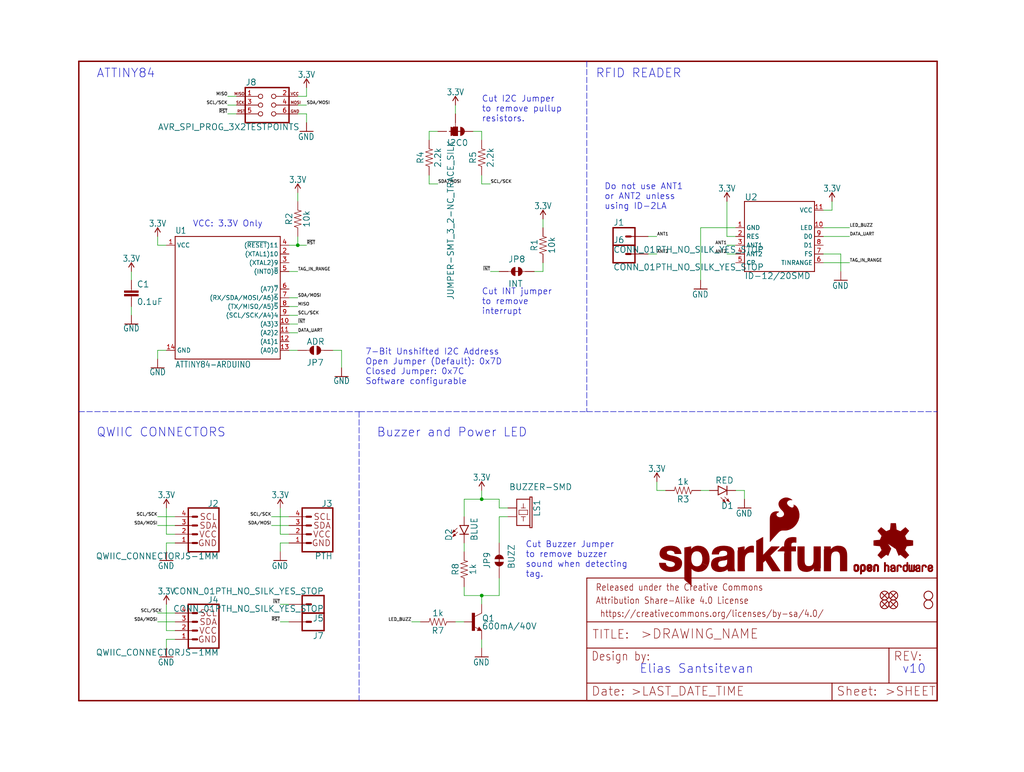
<source format=kicad_sch>
(kicad_sch (version 20211123) (generator eeschema)
  (paper "User" 297.002 223.926)
  (lib_symbols
    (symbol "eagleSchem-eagle-import:0.1UF-0603-25V-(+80{slash}-20%)"
      (property "Reference" "C" (at 1.524 2.921 0))
      (property "Value" "0.1UF-0603-25V-(+80{slash}-20%)" (at 1.524 -2.159 0))
      (symbol "0.1UF-0603-25V-(+80{slash}-20%)_1_0"
        (pin passive line (at 0 5.08 270) (length 2.54) (name "1") (number "1"))
        (pin passive line (at 0 -2.54 90) (length 2.54) (name "2") (number "2"))
      )
    )
    (symbol "eagleSchem-eagle-import:10KOHM-0603-1{slash}10W-1%"
      (property "Reference" "R" (at 0 1.524 0))
      (property "Value" "10KOHM-0603-1{slash}10W-1%" (at 0 -1.524 0))
      (symbol "10KOHM-0603-1{slash}10W-1%_1_0"
        (pin passive line (at -5.08 0 0) (length 2.54) (name "1") (number "1"))
        (pin passive line (at 5.08 0 180) (length 2.54) (name "2") (number "2"))
      )
    )
    (symbol "eagleSchem-eagle-import:1KOHM-0603-1{slash}10W-1%"
      (property "Reference" "R" (at 0 1.524 0))
      (property "Value" "1KOHM-0603-1{slash}10W-1%" (at 0 -1.524 0))
      (symbol "1KOHM-0603-1{slash}10W-1%_1_0"
        (pin passive line (at -5.08 0 0) (length 2.54) (name "1") (number "1"))
        (pin passive line (at 5.08 0 180) (length 2.54) (name "2") (number "2"))
      )
    )
    (symbol "eagleSchem-eagle-import:2.2KOHM-0603-1{slash}10W-1%"
      (property "Reference" "R" (at 0 1.524 0))
      (property "Value" "2.2KOHM-0603-1{slash}10W-1%" (at 0 -1.524 0))
      (symbol "2.2KOHM-0603-1{slash}10W-1%_1_0"
        (pin passive line (at -5.08 0 0) (length 2.54) (name "1") (number "1"))
        (pin passive line (at 5.08 0 180) (length 2.54) (name "2") (number "2"))
      )
    )
    (symbol "eagleSchem-eagle-import:3.3V" (power)
      (property "Value" "3.3V" (at 0 2.794 0))
      (symbol "3.3V_1_0"
        (pin power_in line (at 0 0 90) (length 2.54) (name "3.3V") (number "1"))
      )
    )
    (symbol "eagleSchem-eagle-import:ATTINY84-ARDUINO"
      (property "Reference" "U" (at -15.24 18.542 0))
      (property "Value" "ATTINY84-ARDUINO" (at -15.24 -20.32 0))
      (symbol "ATTINY84-ARDUINO_1_0"
        (pin bidirectional line (at -17.78 15.24 0) (length 2.54) (name "VCC") (number "1"))
        (pin bidirectional line (at 17.78 -7.62 180) (length 2.54) (name "(A3)3") (number "10"))
        (pin bidirectional line (at 17.78 -10.16 180) (length 2.54) (name "(A2)2") (number "11"))
        (pin bidirectional line (at 17.78 -12.7 180) (length 2.54) (name "(A1)1") (number "12"))
        (pin bidirectional line (at 17.78 -15.24 180) (length 2.54) (name "(A0)0") (number "13"))
        (pin bidirectional line (at -17.78 -15.24 0) (length 2.54) (name "GND") (number "14"))
        (pin bidirectional line (at 17.78 12.7 180) (length 2.54) (name "(XTAL1)10") (number "2"))
        (pin bidirectional line (at 17.78 10.16 180) (length 2.54) (name "(XTAL2)9") (number "3"))
        (pin bidirectional line (at 17.78 15.24 180) (length 2.54) (name "(~{RESET})11") (number "4"))
        (pin bidirectional line (at 17.78 7.62 180) (length 2.54) (name "(INT0)~{8}") (number "5"))
        (pin bidirectional line (at 17.78 2.54 180) (length 2.54) (name "(A7)~{7}") (number "6"))
        (pin bidirectional line (at 17.78 0 180) (length 2.54) (name "(RX/SDA/MOSI/A6)~{6}") (number "7"))
        (pin bidirectional line (at 17.78 -2.54 180) (length 2.54) (name "(TX/MISO/A5)~{5}") (number "8"))
        (pin bidirectional line (at 17.78 -5.08 180) (length 2.54) (name "(SCL/SCK/A4)4") (number "9"))
      )
    )
    (symbol "eagleSchem-eagle-import:AVR_SPI_PROG_3X2TESTPOINTS"
      (property "Reference" "J" (at -5.08 5.588 0))
      (property "Value" "AVR_SPI_PROG_3X2TESTPOINTS" (at -5.08 -7.366 0))
      (symbol "AVR_SPI_PROG_3X2TESTPOINTS_1_0"
        (text "GND" (at 8.001 -2.286 0) (effects (font (size 0.8128 0.8128)) (justify left bottom)))
        (text "MISO" (at -5.207 2.794 0) (effects (font (size 0.8128 0.8128)) (justify right bottom)))
        (text "MOSI" (at 8.001 0.254 0) (effects (font (size 0.8128 0.8128)) (justify left bottom)))
        (text "RST" (at -5.08 -2.286 0) (effects (font (size 0.8128 0.8128)) (justify right bottom)))
        (text "SCK" (at -5.207 0.254 0) (effects (font (size 0.8128 0.8128)) (justify right bottom)))
        (text "VCC" (at 8.001 2.794 0) (effects (font (size 0.8128 0.8128)) (justify left bottom)))
        (pin passive inverted (at -7.62 2.54 0) (length 7.62) (name "1") (number "1"))
        (pin passive inverted (at 10.16 2.54 180) (length 7.62) (name "2") (number "2"))
        (pin passive inverted (at -7.62 0 0) (length 7.62) (name "3") (number "3"))
        (pin passive inverted (at 10.16 0 180) (length 7.62) (name "4") (number "4"))
        (pin passive inverted (at -7.62 -2.54 0) (length 7.62) (name "5") (number "5"))
        (pin passive inverted (at 10.16 -2.54 180) (length 7.62) (name "6") (number "6"))
      )
    )
    (symbol "eagleSchem-eagle-import:BUZZER-SMD"
      (property "Reference" "LS" (at -2.54 4.826 0))
      (property "Value" "BUZZER-SMD" (at 5.334 0 0))
      (symbol "BUZZER-SMD_1_0"
        (pin passive line (at 0 -2.54 90) (length 2.54) (name "1") (number "+"))
        (pin passive line (at 2.54 -2.54 90) (length 2.54) (name "2") (number "-"))
      )
    )
    (symbol "eagleSchem-eagle-import:CONN_01PTH_NO_SILK_YES_STOP"
      (property "Reference" "J" (at -2.54 3.048 0))
      (property "Value" "CONN_01PTH_NO_SILK_YES_STOP" (at -2.54 -4.826 0))
      (symbol "CONN_01PTH_NO_SILK_YES_STOP_1_0"
        (pin passive line (at 7.62 0 180) (length 5.08) (name "1") (number "1"))
      )
    )
    (symbol "eagleSchem-eagle-import:FIDUCIALUFIDUCIAL")
    (symbol "eagleSchem-eagle-import:FRAME-LETTER"
      (symbol "FRAME-LETTER_2_0"
        (text " https://creativecommons.org/licenses/by-sa/4.0/" (at 2.54 24.13 0) (effects (font (size 1.9304 1.6408)) (justify left bottom)))
        (text ">DRAWING_NAME" (at 15.494 17.78 0) (effects (font (size 2.7432 2.7432)) (justify left bottom)))
        (text ">LAST_DATE_TIME" (at 12.7 1.27 0) (effects (font (size 2.54 2.54)) (justify left bottom)))
        (text ">SHEET" (at 86.36 1.27 0) (effects (font (size 2.54 2.54)) (justify left bottom)))
        (text "Attribution Share-Alike 4.0 License" (at 2.54 27.94 0) (effects (font (size 1.9304 1.6408)) (justify left bottom)))
        (text "Date:" (at 1.27 1.27 0) (effects (font (size 2.54 2.54)) (justify left bottom)))
        (text "Design by:" (at 1.27 11.43 0) (effects (font (size 2.54 2.159)) (justify left bottom)))
        (text "Released under the Creative Commons" (at 2.54 31.75 0) (effects (font (size 1.9304 1.6408)) (justify left bottom)))
        (text "REV:" (at 88.9 11.43 0) (effects (font (size 2.54 2.54)) (justify left bottom)))
        (text "Sheet:" (at 72.39 1.27 0) (effects (font (size 2.54 2.54)) (justify left bottom)))
        (text "TITLE:" (at 1.524 17.78 0) (effects (font (size 2.54 2.54)) (justify left bottom)))
      )
    )
    (symbol "eagleSchem-eagle-import:GND" (power)
      (property "Value" "GND" (at 0 -0.254 0))
      (symbol "GND_1_0"
        (pin power_in line (at 0 2.54 270) (length 2.54) (name "GND") (number "1"))
      )
    )
    (symbol "eagleSchem-eagle-import:I2C_STANDARD_NO_SILK"
      (property "Reference" "J" (at -5.08 7.874 0))
      (property "Value" "I2C_STANDARD_NO_SILK" (at -5.08 -5.334 0))
      (symbol "I2C_STANDARD_NO_SILK_1_0"
        (text "GND" (at -4.572 -2.54 0) (effects (font (size 1.778 1.778)) (justify left)))
        (text "SCL" (at -4.572 5.08 0) (effects (font (size 1.778 1.778)) (justify left)))
        (text "SDA" (at -4.572 2.54 0) (effects (font (size 1.778 1.778)) (justify left)))
        (text "VCC" (at -4.572 0 0) (effects (font (size 1.778 1.778)) (justify left)))
        (pin power_in line (at 7.62 -2.54 180) (length 5.08) (name "GND") (number "1"))
        (pin power_in line (at 7.62 0 180) (length 5.08) (name "VCC") (number "2"))
        (pin passive line (at 7.62 2.54 180) (length 5.08) (name "SDA") (number "3"))
        (pin passive line (at 7.62 5.08 180) (length 5.08) (name "SCL") (number "4"))
      )
    )
    (symbol "eagleSchem-eagle-import:ID-12{slash}20SMD"
      (property "Reference" "U" (at -10.16 10.414 0))
      (property "Value" "ID-12{slash}20SMD" (at -10.16 -10.414 0))
      (symbol "ID-12{slash}20SMD_1_0"
        (pin bidirectional line (at -12.7 2.54 0) (length 2.54) (name "GND") (number "1"))
        (pin bidirectional line (at 12.7 2.54 180) (length 2.54) (name "LED") (number "10"))
        (pin bidirectional line (at 12.7 7.62 180) (length 2.54) (name "VCC") (number "11"))
        (pin bidirectional line (at -12.7 0 0) (length 2.54) (name "RES") (number "2"))
        (pin bidirectional line (at -12.7 -2.54 0) (length 2.54) (name "ANT1") (number "3"))
        (pin bidirectional line (at -12.7 -5.08 0) (length 2.54) (name "ANT2") (number "4"))
        (pin bidirectional line (at -12.7 -7.62 0) (length 2.54) (name "CP") (number "5"))
        (pin bidirectional line (at 12.7 -7.62 180) (length 2.54) (name "TINRANGE") (number "6"))
        (pin bidirectional line (at 12.7 -5.08 180) (length 2.54) (name "FS") (number "7"))
        (pin bidirectional line (at 12.7 -2.54 180) (length 2.54) (name "D1") (number "8"))
        (pin bidirectional line (at 12.7 0 180) (length 2.54) (name "D0") (number "9"))
      )
    )
    (symbol "eagleSchem-eagle-import:JUMPER-SMT_2_NC_TRACE_SILK"
      (property "Reference" "JP" (at -2.54 2.54 0))
      (property "Value" "JUMPER-SMT_2_NC_TRACE_SILK" (at -2.54 -2.54 0))
      (symbol "JUMPER-SMT_2_NC_TRACE_SILK_1_0"
        (pin passive line (at -5.08 0 0) (length 2.54) (name "1") (number "1"))
        (pin passive line (at 5.08 0 180) (length 2.54) (name "2") (number "2"))
      )
    )
    (symbol "eagleSchem-eagle-import:JUMPER-SMT_2_NO_SILK"
      (property "Reference" "JP" (at -2.54 2.54 0))
      (property "Value" "JUMPER-SMT_2_NO_SILK" (at -2.54 -2.54 0))
      (symbol "JUMPER-SMT_2_NO_SILK_1_0"
        (pin passive line (at -5.08 0 0) (length 2.54) (name "1") (number "1"))
        (pin passive line (at 5.08 0 180) (length 2.54) (name "2") (number "2"))
      )
    )
    (symbol "eagleSchem-eagle-import:JUMPER-SMT_3_2-NC_TRACE_SILK"
      (property "Reference" "JP" (at 2.54 0.381 0))
      (property "Value" "JUMPER-SMT_3_2-NC_TRACE_SILK" (at 2.54 -0.381 0))
      (symbol "JUMPER-SMT_3_2-NC_TRACE_SILK_1_0"
        (pin passive line (at 0 5.08 270) (length 2.54) (name "1") (number "1"))
        (pin passive line (at -5.08 0 0) (length 2.54) (name "2") (number "2"))
        (pin passive line (at 0 -5.08 90) (length 2.54) (name "3") (number "3"))
      )
    )
    (symbol "eagleSchem-eagle-import:LED-BLUE0603"
      (property "Reference" "D" (at -3.429 -4.572 90))
      (property "Value" "LED-BLUE0603" (at 1.905 -4.572 90))
      (symbol "LED-BLUE0603_1_0"
        (pin passive line (at 0 2.54 270) (length 2.54) (name "A") (number "A"))
        (pin passive line (at 0 -5.08 90) (length 2.54) (name "C") (number "C"))
      )
    )
    (symbol "eagleSchem-eagle-import:LED-RED0603"
      (property "Reference" "D" (at -3.429 -4.572 90))
      (property "Value" "LED-RED0603" (at 1.905 -4.572 90))
      (symbol "LED-RED0603_1_0"
        (pin passive line (at 0 2.54 270) (length 2.54) (name "A") (number "A"))
        (pin passive line (at 0 -5.08 90) (length 2.54) (name "C") (number "C"))
      )
    )
    (symbol "eagleSchem-eagle-import:OSHW-LOGOMINI")
    (symbol "eagleSchem-eagle-import:QWIIC_CONNECTORJS-1MM"
      (property "Reference" "J" (at -5.08 7.874 0))
      (property "Value" "QWIIC_CONNECTORJS-1MM" (at -5.08 -5.334 0))
      (symbol "QWIIC_CONNECTORJS-1MM_1_0"
        (text "GND" (at -4.572 -2.54 0) (effects (font (size 1.778 1.778)) (justify left)))
        (text "SCL" (at -4.572 5.08 0) (effects (font (size 1.778 1.778)) (justify left)))
        (text "SDA" (at -4.572 2.54 0) (effects (font (size 1.778 1.778)) (justify left)))
        (text "VCC" (at -4.572 0 0) (effects (font (size 1.778 1.778)) (justify left)))
        (pin power_in line (at 7.62 -2.54 180) (length 5.08) (name "1") (number "1"))
        (pin power_in line (at 7.62 0 180) (length 5.08) (name "2") (number "2"))
        (pin passive line (at 7.62 2.54 180) (length 5.08) (name "3") (number "3"))
        (pin passive line (at 7.62 5.08 180) (length 5.08) (name "4") (number "4"))
      )
    )
    (symbol "eagleSchem-eagle-import:SFE_LOGO_NAME_FLAME.1_INCH")
    (symbol "eagleSchem-eagle-import:STAND-OFF")
    (symbol "eagleSchem-eagle-import:TRANS_NPN-MMBT2222AL"
      (property "Reference" "Q" (at 2.54 0 0))
      (property "Value" "TRANS_NPN-MMBT2222AL" (at 2.54 -2.286 0))
      (symbol "TRANS_NPN-MMBT2222AL_1_0"
        (pin passive line (at -2.54 0 0) (length 2.54) (name "B") (number "1"))
        (pin passive line (at 2.54 -5.08 90) (length 2.54) (name "E") (number "2"))
        (pin passive line (at 2.54 5.08 270) (length 2.54) (name "C") (number "3"))
      )
    )
  )
  (junction (at 86.36 71.12))
  (junction (at 139.7 144.78))
  (junction (at 139.7 172.72))
  (wire (pts (xy 50.8 152.4) (xy 45.72 152.4)))
  (wire (pts (xy 121.92 180.34) (xy 119.38 180.34)))
  (wire (pts (xy 50.8 177.8) (xy 45.72 177.8)))
  (wire (pts (xy 124.46 40.64) (xy 124.46 38.1)))
  (wire (pts (xy 139.7 38.1) (xy 137.16 38.1)))
  (wire (pts (xy 83.82 91.44) (xy 86.36 91.44)))
  (wire (pts (xy 38.1 91.44) (xy 38.1 88.9)))
  (wire (pts (xy 238.76 73.66) (xy 243.84 73.66)))
  (wire (pts (xy 213.36 68.58) (xy 210.82 68.58)))
  (wire (pts (xy 139.7 144.78) (xy 134.62 144.78)))
  (wire (pts (xy 124.46 53.34) (xy 127 53.34)))
  (wire (pts (xy 132.08 30.48) (xy 132.08 33.02)))
  (wire (pts (xy 139.7 187.96) (xy 139.7 185.42)))
  (wire (pts (xy 190.5 142.24) (xy 190.5 139.7)))
  (wire (pts (xy 83.82 175.26) (xy 81.28 175.26)))
  (wire (pts (xy 88.9 33.02) (xy 88.9 35.56)))
  (wire (pts (xy 134.62 172.72) (xy 139.7 172.72)))
  (wire (pts (xy 50.8 185.42) (xy 48.26 185.42)))
  (wire (pts (xy 124.46 53.34) (xy 124.46 50.8)))
  (wire (pts (xy 50.8 180.34) (xy 45.72 180.34)))
  (wire (pts (xy 215.9 142.24) (xy 215.9 144.78)))
  (wire (pts (xy 193.04 142.24) (xy 190.5 142.24)))
  (wire (pts (xy 68.58 30.48) (xy 66.04 30.48)))
  (wire (pts (xy 213.36 66.04) (xy 203.2 66.04)))
  (polyline (pts (xy 104.14 119.38) (xy 170.18 119.38)))
  (wire (pts (xy 48.26 71.12) (xy 45.72 71.12)))
  (wire (pts (xy 238.76 60.96) (xy 241.3 60.96)))
  (wire (pts (xy 144.78 149.86) (xy 147.32 149.86)))
  (wire (pts (xy 50.8 182.88) (xy 48.26 182.88)))
  (wire (pts (xy 48.26 101.6) (xy 45.72 101.6)))
  (wire (pts (xy 83.82 101.6) (xy 86.36 101.6)))
  (wire (pts (xy 144.78 147.32) (xy 144.78 144.78)))
  (wire (pts (xy 99.06 101.6) (xy 99.06 106.68)))
  (wire (pts (xy 50.8 149.86) (xy 45.72 149.86)))
  (wire (pts (xy 83.82 152.4) (xy 78.74 152.4)))
  (wire (pts (xy 144.78 78.74) (xy 142.24 78.74)))
  (wire (pts (xy 154.94 78.74) (xy 157.48 78.74)))
  (wire (pts (xy 96.52 101.6) (xy 99.06 101.6)))
  (wire (pts (xy 132.08 180.34) (xy 134.62 180.34)))
  (wire (pts (xy 144.78 144.78) (xy 139.7 144.78)))
  (wire (pts (xy 203.2 66.04) (xy 203.2 81.28)))
  (wire (pts (xy 83.82 88.9) (xy 86.36 88.9)))
  (polyline (pts (xy 170.18 119.38) (xy 271.78 119.38)))
  (wire (pts (xy 213.36 73.66) (xy 210.82 73.66)))
  (wire (pts (xy 147.32 147.32) (xy 144.78 147.32)))
  (wire (pts (xy 157.48 78.74) (xy 157.48 76.2)))
  (wire (pts (xy 124.46 38.1) (xy 127 38.1)))
  (wire (pts (xy 238.76 68.58) (xy 246.38 68.58)))
  (wire (pts (xy 86.36 30.48) (xy 88.9 30.48)))
  (wire (pts (xy 83.82 157.48) (xy 81.28 157.48)))
  (wire (pts (xy 210.82 68.58) (xy 210.82 58.42)))
  (wire (pts (xy 187.96 73.66) (xy 190.5 73.66)))
  (wire (pts (xy 68.58 33.02) (xy 66.04 33.02)))
  (wire (pts (xy 139.7 175.26) (xy 139.7 172.72)))
  (wire (pts (xy 134.62 170.18) (xy 134.62 172.72)))
  (wire (pts (xy 139.7 142.24) (xy 139.7 144.78)))
  (wire (pts (xy 205.74 142.24) (xy 203.2 142.24)))
  (wire (pts (xy 48.26 182.88) (xy 48.26 175.26)))
  (wire (pts (xy 243.84 73.66) (xy 243.84 78.74)))
  (wire (pts (xy 83.82 96.52) (xy 86.36 96.52)))
  (wire (pts (xy 86.36 68.58) (xy 86.36 71.12)))
  (wire (pts (xy 50.8 157.48) (xy 48.26 157.48)))
  (polyline (pts (xy 170.18 17.78) (xy 170.18 119.38)))
  (wire (pts (xy 134.62 144.78) (xy 134.62 149.86)))
  (wire (pts (xy 83.82 78.74) (xy 86.36 78.74)))
  (wire (pts (xy 139.7 40.64) (xy 139.7 38.1)))
  (wire (pts (xy 238.76 76.2) (xy 246.38 76.2)))
  (wire (pts (xy 213.36 142.24) (xy 215.9 142.24)))
  (wire (pts (xy 38.1 78.74) (xy 38.1 81.28)))
  (wire (pts (xy 144.78 157.48) (xy 144.78 149.86)))
  (wire (pts (xy 86.36 27.94) (xy 88.9 27.94)))
  (wire (pts (xy 48.26 157.48) (xy 48.26 160.02)))
  (wire (pts (xy 238.76 66.04) (xy 246.38 66.04)))
  (wire (pts (xy 83.82 86.36) (xy 86.36 86.36)))
  (wire (pts (xy 213.36 71.12) (xy 210.82 71.12)))
  (wire (pts (xy 50.8 154.94) (xy 48.26 154.94)))
  (wire (pts (xy 88.9 71.12) (xy 86.36 71.12)))
  (wire (pts (xy 139.7 172.72) (xy 144.78 172.72)))
  (wire (pts (xy 88.9 27.94) (xy 88.9 25.4)))
  (wire (pts (xy 187.96 68.58) (xy 190.5 68.58)))
  (wire (pts (xy 45.72 101.6) (xy 45.72 104.14)))
  (wire (pts (xy 83.82 149.86) (xy 78.74 149.86)))
  (wire (pts (xy 139.7 53.34) (xy 142.24 53.34)))
  (wire (pts (xy 68.58 27.94) (xy 66.04 27.94)))
  (wire (pts (xy 157.48 66.04) (xy 157.48 63.5)))
  (wire (pts (xy 81.28 180.34) (xy 83.82 180.34)))
  (wire (pts (xy 45.72 71.12) (xy 45.72 68.58)))
  (wire (pts (xy 86.36 33.02) (xy 88.9 33.02)))
  (wire (pts (xy 86.36 71.12) (xy 83.82 71.12)))
  (wire (pts (xy 144.78 172.72) (xy 144.78 167.64)))
  (wire (pts (xy 48.26 185.42) (xy 48.26 187.96)))
  (polyline (pts (xy 104.14 119.38) (xy 104.14 203.2)))
  (wire (pts (xy 241.3 60.96) (xy 241.3 58.42)))
  (wire (pts (xy 86.36 58.42) (xy 86.36 55.88)))
  (wire (pts (xy 134.62 157.48) (xy 134.62 160.02)))
  (wire (pts (xy 83.82 93.98) (xy 86.36 93.98)))
  (wire (pts (xy 48.26 154.94) (xy 48.26 147.32)))
  (wire (pts (xy 81.28 157.48) (xy 81.28 160.02)))
  (wire (pts (xy 81.28 154.94) (xy 81.28 147.32)))
  (polyline (pts (xy 22.86 119.38) (xy 104.14 119.38)))
  (wire (pts (xy 139.7 53.34) (xy 139.7 50.8)))
  (wire (pts (xy 83.82 154.94) (xy 81.28 154.94)))
  (text "Cut I2C Jumper\nto remove pullup\nresistors." (at 139.7 35.56 180) (effects (font (size 1.778 1.778)) (justify left bottom)))
  (text "QWIIC CONNECTORS" (at 27.94 127 180) (effects (font (size 2.54 2.54)) (justify left bottom)))
  (text "Elias Santsitevan" (at 185.42 195.58 180) (effects (font (size 2.54 2.54)) (justify left bottom)))
  (text "RFID READER" (at 172.72 22.86 180) (effects (font (size 2.54 2.54)) (justify left bottom)))
  (text "7-Bit Unshifted I2C Address\nOpen Jumper (Default): 0x7D\nClosed Jumper: 0x7C\nSoftware configurable" (at 105.918 111.76 0) (effects (font (size 1.778 1.778)) (justify left bottom)))
  (text "Buzzer and Power LED" (at 109.22 127 180) (effects (font (size 2.54 2.54)) (justify left bottom)))
  (text "Cut Buzzer Jumper\nto remove buzzer\nsound when detecting\ntag." (at 152.4 167.64 0) (effects (font (size 1.778 1.778)) (justify left bottom)))
  (text "ATTINY84" (at 27.94 22.86 180) (effects (font (size 2.54 2.54)) (justify left bottom)))
  (text "VCC: 3.3V Only" (at 55.88 66.04 180) (effects (font (size 1.778 1.778)) (justify left bottom)))
  (text "Do not use ANT1\nor ANT2 unless\nusing ID-2LA" (at 175.26 60.96 180) (effects (font (size 1.778 1.778)) (justify left bottom)))
  (text "v10" (at 261.62 195.58 180) (effects (font (size 2.54 2.54)) (justify left bottom)))
  (text "Cut INT jumper\nto remove\ninterrupt" (at 139.7 91.44 180) (effects (font (size 1.778 1.778)) (justify left bottom)))
  (label "SCL/SCK" (at 66.04 30.48 180) (effects (font (size 0.889 0.889))))
  (label "DATA_UART" (at 246.38 68.58 0) (effects (font (size 0.889 0.889))))
  (label "SCL/SCK" (at 142.24 53.34 0) (effects (font (size 0.889 0.889))))
  (label "ANT1" (at 190.5 68.58 0) (effects (font (size 0.889 0.889))))
  (label "LED_BUZZ" (at 119.38 180.34 180) (effects (font (size 0.889 0.889))))
  (label "SCL/SCK" (at 86.36 91.44 0) (effects (font (size 0.889 0.889))))
  (label "ANT2" (at 190.5 73.66 0) (effects (font (size 0.889 0.889))))
  (label "~{INT}" (at 86.36 93.98 0) (effects (font (size 0.889 0.889))))
  (label "ANT2" (at 210.82 73.66 180) (effects (font (size 0.889 0.889))))
  (label "ANT1" (at 210.82 71.12 180) (effects (font (size 0.889 0.889))))
  (label "~{RST}" (at 88.9 71.12 0) (effects (font (size 0.889 0.889))))
  (label "SDA/MOSI" (at 45.72 180.34 180) (effects (font (size 0.889 0.889))))
  (label "TAG_IN_RANGE" (at 246.38 76.2 0) (effects (font (size 0.889 0.889))))
  (label "MISO" (at 86.36 88.9 0) (effects (font (size 0.889 0.889))))
  (label "~{RST}" (at 66.04 33.02 180) (effects (font (size 0.889 0.889))))
  (label "TAG_IN_RANGE" (at 86.36 78.74 0) (effects (font (size 0.889 0.889))))
  (label "~{INT}" (at 142.24 78.74 180) (effects (font (size 0.889 0.889))))
  (label "~{RST}" (at 81.28 180.34 180) (effects (font (size 0.889 0.889))))
  (label "LED_BUZZ" (at 246.38 66.04 0) (effects (font (size 0.889 0.889))))
  (label "MISO" (at 66.04 27.94 180) (effects (font (size 0.889 0.889))))
  (label "SDA/MOSI" (at 86.36 86.36 0) (effects (font (size 0.889 0.889))))
  (label "SCL/SCK" (at 45.72 149.86 180) (effects (font (size 0.889 0.889))))
  (label "SCL/SCK" (at 46.99 177.8 180) (effects (font (size 0.889 0.889))))
  (label "SDA/MOSI" (at 88.9 30.48 0) (effects (font (size 0.889 0.889))))
  (label "SDA/MOSI" (at 78.74 152.4 180) (effects (font (size 0.889 0.889))))
  (label "SDA/MOSI" (at 45.72 152.4 180) (effects (font (size 0.889 0.889))))
  (label "SDA/MOSI" (at 127 53.34 0) (effects (font (size 0.889 0.889))))
  (label "DATA_UART" (at 86.36 96.52 0) (effects (font (size 0.889 0.889))))
  (label "~{INT}" (at 81.28 175.26 180) (effects (font (size 0.889 0.889))))
  (label "SCL/SCK" (at 78.74 149.86 180) (effects (font (size 0.889 0.889))))
  (symbol (lib_id "eagleSchem-eagle-import:GND") (at 48.26 190.5 0) (unit 1)
    (property "Reference" "#GND8" (effects hide))
    (property "Value" "GND" (at 45.72 193.04 0) (effects (font (size 1.778 1.5113)) (justify left bottom)))
    (property "Footprint" "eagleSchem:" (effects hide))
  )
  (symbol (lib_id "eagleSchem-eagle-import:3.3V") (at 38.1 78.74 0) (unit 1)
    (property "Reference" "#SUPPLY13" (effects hide))
    (property "Value" "3.3V" (at 38.1 75.946 0) (effects (font (size 1.778 1.5113)) (justify bottom)))
    (property "Footprint" "eagleSchem:" (effects hide))
  )
  (symbol (lib_id "eagleSchem-eagle-import:3.3V") (at 190.5 139.7 0) (unit 1)
    (property "Reference" "#SUPPLY10" (effects hide))
    (property "Value" "3.3V" (at 190.5 136.906 0) (effects (font (size 1.778 1.5113)) (justify bottom)))
    (property "Footprint" "eagleSchem:" (effects hide))
  )
  (symbol (lib_id "eagleSchem-eagle-import:1KOHM-0603-1{slash}10W-1%") (at 134.62 165.1 90) (unit 1)
    (property "Reference" "R8" (at 133.096 165.1 0) (effects (font (size 1.778 1.778)) (justify bottom)))
    (property "Value" "1k" (at 136.144 165.1 0) (effects (font (size 1.778 1.778)) (justify top)))
    (property "Footprint" "eagleSchem:0603" (effects hide))
  )
  (symbol (lib_id "eagleSchem-eagle-import:CONN_01PTH_NO_SILK_YES_STOP") (at 180.34 68.58 0) (unit 1)
    (property "Reference" "J1" (at 177.8 65.532 0) (effects (font (size 1.778 1.778)) (justify left bottom)))
    (property "Value" "CONN_01PTH_NO_SILK_YES_STOP" (at 177.8 73.406 0) (effects (font (size 1.778 1.778)) (justify left bottom)))
    (property "Footprint" "eagleSchem:1X01_NO_SILK" (effects hide))
  )
  (symbol (lib_id "eagleSchem-eagle-import:JUMPER-SMT_3_2-NC_TRACE_SILK") (at 132.08 38.1 270) (unit 1)
    (property "Reference" "I2C0" (at 129.54 42.418 90) (effects (font (size 1.778 1.778)) (justify left bottom)))
    (property "Value" "JUMPER-SMT_3_2-NC_TRACE_SILK" (at 131.699 40.64 0) (effects (font (size 1.778 1.778)) (justify left top)))
    (property "Footprint" "eagleSchem:SMT-JUMPER_3_2-NC_TRACE_SILK" (effects hide))
  )
  (symbol (lib_id "eagleSchem-eagle-import:FIDUCIALUFIDUCIAL") (at 259.08 175.26 0) (unit 1)
    (property "Reference" "JP1" (effects hide))
    (property "Value" "FIDUCIALUFIDUCIAL" (effects hide))
    (property "Footprint" "eagleSchem:MICRO-FIDUCIAL" (effects hide))
  )
  (symbol (lib_id "eagleSchem-eagle-import:FIDUCIALUFIDUCIAL") (at 259.08 172.72 0) (unit 1)
    (property "Reference" "JP6" (effects hide))
    (property "Value" "FIDUCIALUFIDUCIAL" (effects hide))
    (property "Footprint" "eagleSchem:MICRO-FIDUCIAL" (effects hide))
  )
  (symbol (lib_id "eagleSchem-eagle-import:3.3V") (at 157.48 63.5 0) (unit 1)
    (property "Reference" "#SUPPLY2" (effects hide))
    (property "Value" "3.3V" (at 157.48 60.706 0) (effects (font (size 1.778 1.5113)) (justify bottom)))
    (property "Footprint" "eagleSchem:" (effects hide))
  )
  (symbol (lib_id "eagleSchem-eagle-import:2.2KOHM-0603-1{slash}10W-1%") (at 124.46 45.72 90) (unit 1)
    (property "Reference" "R4" (at 122.936 45.72 0) (effects (font (size 1.778 1.778)) (justify bottom)))
    (property "Value" "2.2k" (at 125.984 45.72 0) (effects (font (size 1.778 1.778)) (justify top)))
    (property "Footprint" "eagleSchem:0603" (effects hide))
  )
  (symbol (lib_id "eagleSchem-eagle-import:SFE_LOGO_NAME_FLAME.1_INCH") (at 190.5 170.18 0) (unit 1)
    (property "Reference" "LOGO3" (effects hide))
    (property "Value" "SFE_LOGO_NAME_FLAME.1_INCH" (effects hide))
    (property "Footprint" "eagleSchem:SFE_LOGO_NAME_FLAME_.1" (effects hide))
  )
  (symbol (lib_id "eagleSchem-eagle-import:GND") (at 99.06 109.22 0) (unit 1)
    (property "Reference" "#GND5" (effects hide))
    (property "Value" "GND" (at 99.06 109.474 0) (effects (font (size 1.778 1.5113)) (justify top)))
    (property "Footprint" "eagleSchem:" (effects hide))
  )
  (symbol (lib_id "eagleSchem-eagle-import:CONN_01PTH_NO_SILK_YES_STOP") (at 91.44 175.26 180) (unit 1)
    (property "Reference" "J5" (at 93.98 178.308 0) (effects (font (size 1.778 1.778)) (justify left bottom)))
    (property "Value" "CONN_01PTH_NO_SILK_YES_STOP" (at 93.98 170.434 0) (effects (font (size 1.778 1.778)) (justify left bottom)))
    (property "Footprint" "eagleSchem:1X01_NO_SILK" (effects hide))
  )
  (symbol (lib_id "eagleSchem-eagle-import:GND") (at 81.28 162.56 0) (unit 1)
    (property "Reference" "#GND7" (effects hide))
    (property "Value" "GND" (at 78.74 165.1 0) (effects (font (size 1.778 1.5113)) (justify left bottom)))
    (property "Footprint" "eagleSchem:" (effects hide))
  )
  (symbol (lib_id "eagleSchem-eagle-import:10KOHM-0603-1{slash}10W-1%") (at 86.36 63.5 90) (unit 1)
    (property "Reference" "R2" (at 84.836 63.5 0) (effects (font (size 1.778 1.778)) (justify bottom)))
    (property "Value" "10k" (at 87.884 63.5 0) (effects (font (size 1.778 1.778)) (justify top)))
    (property "Footprint" "eagleSchem:0603" (effects hide))
  )
  (symbol (lib_id "eagleSchem-eagle-import:3.3V") (at 48.26 147.32 0) (unit 1)
    (property "Reference" "#SUPPLY4" (effects hide))
    (property "Value" "3.3V" (at 48.26 144.526 0) (effects (font (size 1.778 1.5113)) (justify bottom)))
    (property "Footprint" "eagleSchem:" (effects hide))
  )
  (symbol (lib_id "eagleSchem-eagle-import:BUZZER-SMD") (at 149.86 147.32 270) (unit 1)
    (property "Reference" "LS1" (at 154.686 144.78 0) (effects (font (size 1.778 1.778)) (justify left bottom)))
    (property "Value" "BUZZER-SMD" (at 147.574 142.24 90) (effects (font (size 1.778 1.778)) (justify left bottom)))
    (property "Footprint" "eagleSchem:BUZZER-CCV" (effects hide))
  )
  (symbol (lib_id "eagleSchem-eagle-import:JUMPER-SMT_2_NC_TRACE_SILK") (at 149.86 78.74 0) (unit 1)
    (property "Reference" "JP8" (at 147.32 76.2 0) (effects (font (size 1.778 1.778)) (justify left bottom)))
    (property "Value" "INT" (at 147.32 81.28 0) (effects (font (size 1.778 1.778)) (justify left top)))
    (property "Footprint" "eagleSchem:SMT-JUMPER_2_NC_TRACE_SILK" (effects hide))
  )
  (symbol (lib_id "eagleSchem-eagle-import:FIDUCIALUFIDUCIAL") (at 256.54 175.26 0) (unit 1)
    (property "Reference" "JP5" (effects hide))
    (property "Value" "FIDUCIALUFIDUCIAL" (effects hide))
    (property "Footprint" "eagleSchem:MICRO-FIDUCIAL" (effects hide))
  )
  (symbol (lib_id "eagleSchem-eagle-import:GND") (at 45.72 106.68 0) (unit 1)
    (property "Reference" "#GND1" (effects hide))
    (property "Value" "GND" (at 45.72 106.934 0) (effects (font (size 1.778 1.5113)) (justify top)))
    (property "Footprint" "eagleSchem:" (effects hide))
  )
  (symbol (lib_id "eagleSchem-eagle-import:FIDUCIALUFIDUCIAL") (at 256.54 172.72 0) (unit 1)
    (property "Reference" "JP2" (effects hide))
    (property "Value" "FIDUCIALUFIDUCIAL" (effects hide))
    (property "Footprint" "eagleSchem:MICRO-FIDUCIAL" (effects hide))
  )
  (symbol (lib_id "eagleSchem-eagle-import:ID-12{slash}20SMD") (at 226.06 68.58 0) (unit 1)
    (property "Reference" "U2" (at 215.9 58.166 0) (effects (font (size 1.778 1.778)) (justify left bottom)))
    (property "Value" "ID-12{slash}20SMD" (at 215.9 78.994 0) (effects (font (size 1.778 1.778)) (justify left top)))
    (property "Footprint" "eagleSchem:ID-12_SMD" (effects hide))
  )
  (symbol (lib_id "eagleSchem-eagle-import:CONN_01PTH_NO_SILK_YES_STOP") (at 91.44 180.34 180) (unit 1)
    (property "Reference" "J7" (at 93.98 183.388 0) (effects (font (size 1.778 1.778)) (justify left bottom)))
    (property "Value" "CONN_01PTH_NO_SILK_YES_STOP" (at 93.98 175.514 0) (effects (font (size 1.778 1.778)) (justify left bottom)))
    (property "Footprint" "eagleSchem:1X01_NO_SILK" (effects hide))
  )
  (symbol (lib_id "eagleSchem-eagle-import:I2C_STANDARD_NO_SILK") (at 91.44 154.94 0) (mirror y) (unit 1)
    (property "Reference" "J3" (at 96.52 147.066 0) (effects (font (size 1.778 1.778)) (justify left bottom)))
    (property "Value" "PTH" (at 96.52 160.274 0) (effects (font (size 1.778 1.778)) (justify left top)))
    (property "Footprint" "eagleSchem:1X04_NO_SILK" (effects hide))
  )
  (symbol (lib_id "eagleSchem-eagle-import:GND") (at 139.7 190.5 0) (unit 1)
    (property "Reference" "#GND3" (effects hide))
    (property "Value" "GND" (at 137.16 193.04 0) (effects (font (size 1.778 1.5113)) (justify left bottom)))
    (property "Footprint" "eagleSchem:" (effects hide))
  )
  (symbol (lib_id "eagleSchem-eagle-import:2.2KOHM-0603-1{slash}10W-1%") (at 139.7 45.72 90) (unit 1)
    (property "Reference" "R5" (at 138.176 45.72 0) (effects (font (size 1.778 1.778)) (justify bottom)))
    (property "Value" "2.2k" (at 141.224 45.72 0) (effects (font (size 1.778 1.778)) (justify top)))
    (property "Footprint" "eagleSchem:0603" (effects hide))
  )
  (symbol (lib_id "eagleSchem-eagle-import:3.3V") (at 45.72 68.58 0) (unit 1)
    (property "Reference" "#SUPPLY5" (effects hide))
    (property "Value" "3.3V" (at 45.72 65.786 0) (effects (font (size 1.778 1.5113)) (justify bottom)))
    (property "Footprint" "eagleSchem:" (effects hide))
  )
  (symbol (lib_id "eagleSchem-eagle-import:TRANS_NPN-MMBT2222AL") (at 137.16 180.34 0) (unit 1)
    (property "Reference" "Q1" (at 139.7 180.34 0) (effects (font (size 1.778 1.778)) (justify left bottom)))
    (property "Value" "600mA/40V" (at 139.7 182.626 0) (effects (font (size 1.778 1.778)) (justify left bottom)))
    (property "Footprint" "eagleSchem:SOT23-3" (effects hide))
  )
  (symbol (lib_id "eagleSchem-eagle-import:OSHW-LOGOMINI") (at 259.08 157.48 0) (unit 1)
    (property "Reference" "LOGO1" (effects hide))
    (property "Value" "OSHW-LOGOMINI" (effects hide))
    (property "Footprint" "eagleSchem:OSHW-LOGO-MINI" (effects hide))
  )
  (symbol (lib_id "eagleSchem-eagle-import:GND") (at 48.26 162.56 0) (unit 1)
    (property "Reference" "#GND6" (effects hide))
    (property "Value" "GND" (at 45.72 165.1 0) (effects (font (size 1.778 1.5113)) (justify left bottom)))
    (property "Footprint" "eagleSchem:" (effects hide))
  )
  (symbol (lib_id "eagleSchem-eagle-import:10KOHM-0603-1{slash}10W-1%") (at 157.48 71.12 90) (unit 1)
    (property "Reference" "R1" (at 155.956 71.12 0) (effects (font (size 1.778 1.778)) (justify bottom)))
    (property "Value" "10k" (at 159.004 71.12 0) (effects (font (size 1.778 1.778)) (justify top)))
    (property "Footprint" "eagleSchem:0603" (effects hide))
  )
  (symbol (lib_id "eagleSchem-eagle-import:3.3V") (at 86.36 55.88 0) (unit 1)
    (property "Reference" "#SUPPLY3" (effects hide))
    (property "Value" "3.3V" (at 86.36 53.086 0) (effects (font (size 1.778 1.5113)) (justify bottom)))
    (property "Footprint" "eagleSchem:" (effects hide))
  )
  (symbol (lib_id "eagleSchem-eagle-import:STAND-OFF") (at 269.24 172.72 0) (unit 1)
    (property "Reference" "JP3" (effects hide))
    (property "Value" "STAND-OFF" (effects hide))
    (property "Footprint" "eagleSchem:STAND-OFF" (effects hide))
  )
  (symbol (lib_id "eagleSchem-eagle-import:STAND-OFF") (at 269.24 175.26 0) (unit 1)
    (property "Reference" "JP4" (effects hide))
    (property "Value" "STAND-OFF" (effects hide))
    (property "Footprint" "eagleSchem:STAND-OFF" (effects hide))
  )
  (symbol (lib_id "eagleSchem-eagle-import:3.3V") (at 210.82 58.42 0) (unit 1)
    (property "Reference" "#SUPPLY11" (effects hide))
    (property "Value" "3.3V" (at 210.82 55.626 0) (effects (font (size 1.778 1.5113)) (justify bottom)))
    (property "Footprint" "eagleSchem:" (effects hide))
  )
  (symbol (lib_id "eagleSchem-eagle-import:JUMPER-SMT_2_NC_TRACE_SILK") (at 144.78 162.56 90) (unit 1)
    (property "Reference" "JP9" (at 142.24 165.1 0) (effects (font (size 1.778 1.778)) (justify left bottom)))
    (property "Value" "BUZZ" (at 147.32 165.1 0) (effects (font (size 1.778 1.778)) (justify left top)))
    (property "Footprint" "eagleSchem:SMT-JUMPER_2_NC_TRACE_SILK" (effects hide))
  )
  (symbol (lib_id "eagleSchem-eagle-import:1KOHM-0603-1{slash}10W-1%") (at 127 180.34 180) (unit 1)
    (property "Reference" "R7" (at 127 181.864 0) (effects (font (size 1.778 1.778)) (justify bottom)))
    (property "Value" "1k" (at 127 178.816 0) (effects (font (size 1.778 1.778)) (justify top)))
    (property "Footprint" "eagleSchem:0603" (effects hide))
  )
  (symbol (lib_id "eagleSchem-eagle-import:3.3V") (at 48.26 175.26 0) (unit 1)
    (property "Reference" "#SUPPLY8" (effects hide))
    (property "Value" "3.3V" (at 48.26 172.466 0) (effects (font (size 1.778 1.5113)) (justify bottom)))
    (property "Footprint" "eagleSchem:" (effects hide))
  )
  (symbol (lib_id "eagleSchem-eagle-import:FRAME-LETTER") (at 170.18 203.2 0) (unit 2)
    (property "Reference" "FRAME1" (effects hide))
    (property "Value" "FRAME-LETTER" (effects hide))
    (property "Footprint" "eagleSchem:CREATIVE_COMMONS" (effects hide))
  )
  (symbol (lib_id "eagleSchem-eagle-import:AVR_SPI_PROG_3X2TESTPOINTS") (at 76.2 30.48 0) (unit 1)
    (property "Reference" "J8" (at 71.12 24.892 0) (effects (font (size 1.778 1.778)) (justify left bottom)))
    (property "Value" "AVR_SPI_PROG_3X2TESTPOINTS" (at 45.72 37.846 0) (effects (font (size 1.778 1.778)) (justify left bottom)))
    (property "Footprint" "eagleSchem:2X3_TEST_POINTS" (effects hide))
  )
  (symbol (lib_id "eagleSchem-eagle-import:3.3V") (at 81.28 147.32 0) (unit 1)
    (property "Reference" "#SUPPLY7" (effects hide))
    (property "Value" "3.3V" (at 81.28 144.526 0) (effects (font (size 1.778 1.5113)) (justify bottom)))
    (property "Footprint" "eagleSchem:" (effects hide))
  )
  (symbol (lib_id "eagleSchem-eagle-import:3.3V") (at 88.9 25.4 0) (unit 1)
    (property "Reference" "#SUPPLY6" (effects hide))
    (property "Value" "3.3V" (at 88.9 22.606 0) (effects (font (size 1.778 1.5113)) (justify bottom)))
    (property "Footprint" "eagleSchem:" (effects hide))
  )
  (symbol (lib_id "eagleSchem-eagle-import:GND") (at 88.9 38.1 0) (unit 1)
    (property "Reference" "#GND2" (effects hide))
    (property "Value" "GND" (at 86.36 40.64 0) (effects (font (size 1.778 1.5113)) (justify left bottom)))
    (property "Footprint" "eagleSchem:" (effects hide))
  )
  (symbol (lib_id "eagleSchem-eagle-import:1KOHM-0603-1{slash}10W-1%") (at 198.12 142.24 180) (unit 1)
    (property "Reference" "R3" (at 198.12 143.764 0) (effects (font (size 1.778 1.778)) (justify bottom)))
    (property "Value" "1k" (at 198.12 140.716 0) (effects (font (size 1.778 1.778)) (justify top)))
    (property "Footprint" "eagleSchem:0603" (effects hide))
  )
  (symbol (lib_id "eagleSchem-eagle-import:0.1UF-0603-25V-(+80{slash}-20%)") (at 38.1 86.36 0) (unit 1)
    (property "Reference" "C1" (at 39.624 83.439 0) (effects (font (size 1.778 1.778)) (justify left bottom)))
    (property "Value" "0.1uF" (at 39.624 88.519 0) (effects (font (size 1.778 1.778)) (justify left bottom)))
    (property "Footprint" "eagleSchem:0603" (effects hide))
  )
  (symbol (lib_id "eagleSchem-eagle-import:QWIIC_CONNECTORJS-1MM") (at 58.42 182.88 0) (mirror y) (unit 1)
    (property "Reference" "J4" (at 63.5 175.006 0) (effects (font (size 1.778 1.778)) (justify left bottom)))
    (property "Value" "QWIIC_CONNECTORJS-1MM" (at 63.5 188.214 0) (effects (font (size 1.778 1.778)) (justify left top)))
    (property "Footprint" "eagleSchem:1X04_1MM_RA" (effects hide))
  )
  (symbol (lib_id "eagleSchem-eagle-import:GND") (at 203.2 83.82 0) (unit 1)
    (property "Reference" "#GND9" (effects hide))
    (property "Value" "GND" (at 200.66 86.36 0) (effects (font (size 1.778 1.5113)) (justify left bottom)))
    (property "Footprint" "eagleSchem:" (effects hide))
  )
  (symbol (lib_id "eagleSchem-eagle-import:GND") (at 215.9 147.32 0) (unit 1)
    (property "Reference" "#GND4" (effects hide))
    (property "Value" "GND" (at 213.36 149.86 0) (effects (font (size 1.778 1.5113)) (justify left bottom)))
    (property "Footprint" "eagleSchem:" (effects hide))
  )
  (symbol (lib_id "eagleSchem-eagle-import:3.3V") (at 132.08 30.48 0) (unit 1)
    (property "Reference" "#SUPPLY1" (effects hide))
    (property "Value" "3.3V" (at 132.08 27.686 0) (effects (font (size 1.778 1.5113)) (justify bottom)))
    (property "Footprint" "eagleSchem:" (effects hide))
  )
  (symbol (lib_id "eagleSchem-eagle-import:FRAME-LETTER") (at 22.86 203.2 0) (unit 1)
    (property "Reference" "FRAME1" (effects hide))
    (property "Value" "FRAME-LETTER" (effects hide))
    (property "Footprint" "eagleSchem:CREATIVE_COMMONS" (effects hide))
  )
  (symbol (lib_id "eagleSchem-eagle-import:JUMPER-SMT_2_NO_SILK") (at 91.44 101.6 180) (unit 1)
    (property "Reference" "JP7" (at 93.98 104.14 0) (effects (font (size 1.778 1.778)) (justify left bottom)))
    (property "Value" "ADR" (at 94.234 100.076 0) (effects (font (size 1.778 1.778)) (justify left top)))
    (property "Footprint" "eagleSchem:SMT-JUMPER_2_NO_SILK" (effects hide))
  )
  (symbol (lib_id "eagleSchem-eagle-import:LED-RED0603") (at 208.28 142.24 90) (unit 1)
    (property "Reference" "D1" (at 212.852 145.669 90) (effects (font (size 1.778 1.778)) (justify left bottom)))
    (property "Value" "RED" (at 212.852 140.335 90) (effects (font (size 1.778 1.778)) (justify left top)))
    (property "Footprint" "eagleSchem:LED-0603" (effects hide))
  )
  (symbol (lib_id "eagleSchem-eagle-import:ATTINY84-ARDUINO") (at 66.04 86.36 0) (unit 1)
    (property "Reference" "U1" (at 50.8 67.818 0) (effects (font (size 1.778 1.5113)) (justify left bottom)))
    (property "Value" "ATTINY84-ARDUINO" (at 50.8 106.68 0) (effects (font (size 1.778 1.5113)) (justify left bottom)))
    (property "Footprint" "eagleSchem:SO14" (effects hide))
  )
  (symbol (lib_id "eagleSchem-eagle-import:GND") (at 38.1 93.98 0) (unit 1)
    (property "Reference" "#GND11" (effects hide))
    (property "Value" "GND" (at 38.1 94.234 0) (effects (font (size 1.778 1.5113)) (justify top)))
    (property "Footprint" "eagleSchem:" (effects hide))
  )
  (symbol (lib_id "eagleSchem-eagle-import:CONN_01PTH_NO_SILK_YES_STOP") (at 180.34 73.66 0) (unit 1)
    (property "Reference" "J6" (at 177.8 70.612 0) (effects (font (size 1.778 1.778)) (justify left bottom)))
    (property "Value" "CONN_01PTH_NO_SILK_YES_STOP" (at 177.8 78.486 0) (effects (font (size 1.778 1.778)) (justify left bottom)))
    (property "Footprint" "eagleSchem:1X01_NO_SILK" (effects hide))
  )
  (symbol (lib_id "eagleSchem-eagle-import:GND") (at 243.84 81.28 0) (unit 1)
    (property "Reference" "#GND10" (effects hide))
    (property "Value" "GND" (at 241.3 83.82 0) (effects (font (size 1.778 1.5113)) (justify left bottom)))
    (property "Footprint" "eagleSchem:" (effects hide))
  )
  (symbol (lib_id "eagleSchem-eagle-import:3.3V") (at 241.3 58.42 0) (unit 1)
    (property "Reference" "#SUPPLY9" (effects hide))
    (property "Value" "3.3V" (at 241.3 55.626 0) (effects (font (size 1.778 1.5113)) (justify bottom)))
    (property "Footprint" "eagleSchem:" (effects hide))
  )
  (symbol (lib_id "eagleSchem-eagle-import:QWIIC_CONNECTORJS-1MM") (at 58.42 154.94 0) (mirror y) (unit 1)
    (property "Reference" "J2" (at 63.5 147.066 0) (effects (font (size 1.778 1.778)) (justify left bottom)))
    (property "Value" "QWIIC_CONNECTORJS-1MM" (at 63.5 160.274 0) (effects (font (size 1.778 1.778)) (justify left top)))
    (property "Footprint" "eagleSchem:1X04_1MM_RA" (effects hide))
  )
  (symbol (lib_id "eagleSchem-eagle-import:3.3V") (at 139.7 142.24 0) (unit 1)
    (property "Reference" "#SUPPLY12" (effects hide))
    (property "Value" "3.3V" (at 139.7 139.446 0) (effects (font (size 1.778 1.5113)) (justify bottom)))
    (property "Footprint" "eagleSchem:" (effects hide))
  )
  (symbol (lib_id "eagleSchem-eagle-import:LED-BLUE0603") (at 134.62 152.4 0) (unit 1)
    (property "Reference" "D2" (at 131.191 156.972 90) (effects (font (size 1.778 1.778)) (justify left bottom)))
    (property "Value" "BLUE" (at 136.525 156.972 90) (effects (font (size 1.778 1.778)) (justify left top)))
    (property "Footprint" "eagleSchem:LED-0603" (effects hide))
  )
)
</source>
